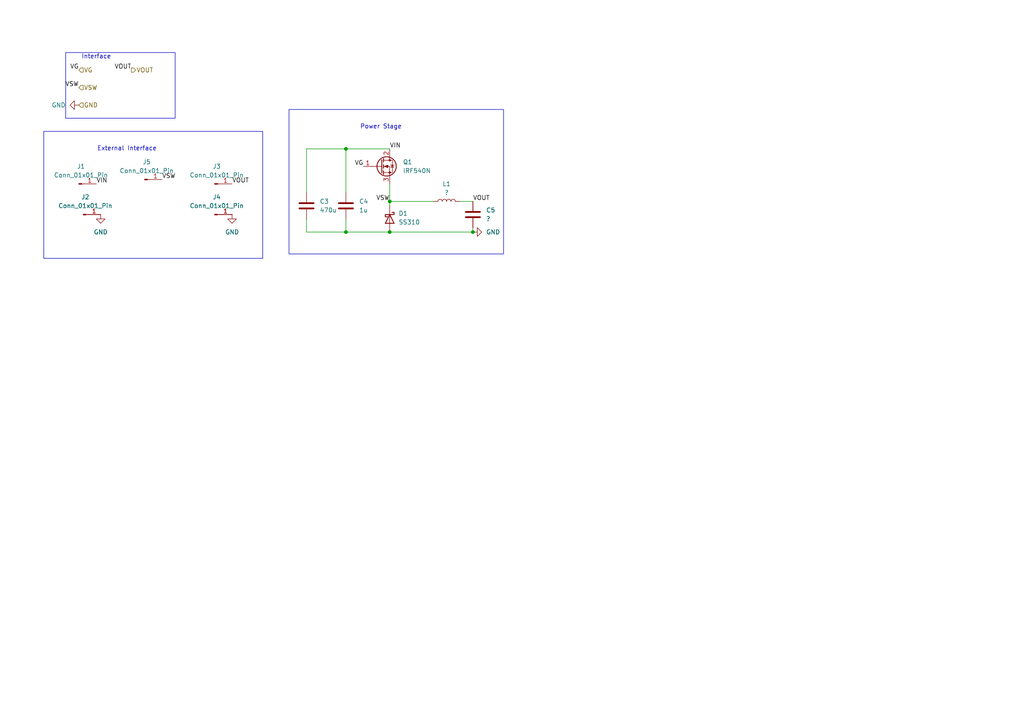
<source format=kicad_sch>
(kicad_sch (version 20250114) (generator "eeschema") (generator_version "9.0")
  (paper "A4")
  (title_block (title "Lecture_Tutorial") (date "2025-02-20") (rev "R0") (company "AbdullahZafar"))
  (lib_symbols
    (symbol "Connector:Conn_01x01_Pin" (pin_names (offset 1.016) (hide yes))
      (property "Reference" "J" (at 0 2.54 0))
      (property "Value" "Conn_01x01_Pin" (at 0 -2.54 0))
      (symbol "Conn_01x01_Pin_1_1"
        (rectangle (start 0.8636 0.127) (end 0 -0.127) (stroke (width 0.1524)) (fill (type outline)))
        (polyline (pts (xy 1.27 0) (xy 0.8636 0)) (stroke (width 0.1524)))
        (pin passive line (at 5.08 0 180) (length 3.81) (name "Pin_1") (number "1"))
      )
    )
    (symbol "Device:C" (pin_numbers (hide yes)) (pin_names (offset 0.254))
      (property "Reference" "C" (at 0.635 2.54 0))
      (property "Value" "C" (at 0.635 -2.54 0))
      (symbol "C_0_1"
        (polyline (pts (xy -2.032 0.762) (xy 2.032 0.762)) (stroke (width 0.508)))
        (polyline (pts (xy -2.032 -0.762) (xy 2.032 -0.762)) (stroke (width 0.508)))
      )
      (symbol "C_1_1"
        (pin passive line (at 0 3.81 270) (length 2.794) (name "~") (number "1"))
        (pin passive line (at 0 -3.81 90) (length 2.794) (name "~") (number "2"))
      )
    )
    (symbol "Device:L" (pin_numbers (hide yes)) (pin_names (offset 1.016) (hide yes))
      (property "Reference" "L" (at -1.27 0 90))
      (property "Value" "L" (at 1.905 0 90))
      (symbol "L_0_1"
        (arc (start 0 2.54) (mid 0.6323 1.905) (end 0 1.27))
        (arc (start 0 1.27) (mid 0.6323 0.635) (end 0 0))
        (arc (start 0 0) (mid 0.6323 -0.635) (end 0 -1.27))
        (arc (start 0 -1.27) (mid 0.6323 -1.905) (end 0 -2.54))
      )
      (symbol "L_1_1"
        (pin passive line (at 0 3.81 270) (length 1.27) (name "1") (number "1"))
        (pin passive line (at 0 -3.81 90) (length 1.27) (name "2") (number "2"))
      )
    )
    (symbol "Diode:SS310" (pin_numbers (hide yes)) (pin_names (offset 1.016) (hide yes))
      (property "Reference" "D" (at 0 2.54 0))
      (property "Value" "SS310" (at 0 -2.54 0))
      (symbol "SS310_0_1"
        (polyline (pts (xy -1.905 0.635) (xy -1.905 1.27) (xy -1.27 1.27) (xy -1.27 -1.27) (xy -0.635 -1.27) (xy -0.635 -0.635)) (stroke (width 0.254)))
        (polyline (pts (xy 1.27 1.27) (xy 1.27 -1.27) (xy -1.27 0) (xy 1.27 1.27)) (stroke (width 0.254)))
        (polyline (pts (xy 1.27 0) (xy -1.27 0)))
      )
      (symbol "SS310_1_1"
        (pin passive line (at -3.81 0 0) (length 2.54) (name "K") (number "1"))
        (pin passive line (at 3.81 0 180) (length 2.54) (name "A") (number "2"))
      )
    )
    (symbol "Transistor_FET:IRF540N" (pin_names (hide yes))
      (property "Reference" "Q" (at 5.08 1.905 0))
      (property "Value" "IRF540N" (at 5.08 0 0))
      (symbol "IRF540N_0_1"
        (polyline (pts (xy 0.254 1.905) (xy 0.254 -1.905)) (stroke (width 0.254)))
        (polyline (pts (xy 0.254 0) (xy -2.54 0)))
        (polyline (pts (xy 0.762 2.286) (xy 0.762 1.27)) (stroke (width 0.254)))
        (polyline (pts (xy 0.762 0.508) (xy 0.762 -0.508)) (stroke (width 0.254)))
        (polyline (pts (xy 0.762 -1.27) (xy 0.762 -2.286)) (stroke (width 0.254)))
        (polyline (pts (xy 0.762 -1.778) (xy 3.302 -1.778) (xy 3.302 1.778) (xy 0.762 1.778)))
        (polyline (pts (xy 1.016 0) (xy 2.032 0.381) (xy 2.032 -0.381) (xy 1.016 0)) (fill (type outline)))
        (circle (center 1.651 0) (radius 2.794) (stroke (width 0.254)))
        (polyline (pts (xy 2.54 2.54) (xy 2.54 1.778)))
        (circle (center 2.54 1.778) (radius 0.254) (fill (type outline)))
        (circle (center 2.54 -1.778) (radius 0.254) (fill (type outline)))
        (polyline (pts (xy 2.54 -2.54) (xy 2.54 0) (xy 0.762 0)))
        (polyline (pts (xy 2.794 0.508) (xy 2.921 0.381) (xy 3.683 0.381) (xy 3.81 0.254)))
        (polyline (pts (xy 3.302 0.381) (xy 2.921 -0.254) (xy 3.683 -0.254) (xy 3.302 0.381)))
      )
      (symbol "IRF540N_1_1"
        (pin input line (at -5.08 0 0) (length 2.54) (name "G") (number "1"))
        (pin passive line (at 2.54 5.08 270) (length 2.54) (name "D") (number "2"))
        (pin passive line (at 2.54 -5.08 90) (length 2.54) (name "S") (number "3"))
      )
    )
    (symbol "power:GND" (power) (pin_numbers (hide yes)) (pin_names (offset 0) (hide yes))
      (property "Value" "GND" (at 0 -3.81 0))
      (symbol "GND_0_1"
        (polyline (pts (xy 0 0) (xy 0 -1.27) (xy 1.27 -1.27) (xy 0 -2.54) (xy -1.27 -1.27) (xy 0 -1.27)))
      )
      (symbol "GND_1_1"
        (pin power_in line (at 0 0 270) (length 0) (name "~") (number "1"))
      )
    )
  )
  (rectangle (start 19.05 15.24) (end 50.8 34.29))
  (rectangle (start 12.7 38.1) (end 76.2 74.93))
  (rectangle (start 83.82 31.75) (end 146.05 73.66))
  (text "Power Stage\n" (at 110.49 36.83 0) (effects (font (size 1.27 1.27))))
  (text "Interface\n" (at 27.94 16.51 0) (effects (font (size 1.27 1.27))))
  (text "External Interface\n" (at 36.83 43.18 0) (effects (font (size 1.27 1.27))))
  (junction (at 137.16 67.31))
  (junction (at 100.33 67.31))
  (junction (at 113.03 58.42))
  (junction (at 113.03 67.31))
  (junction (at 100.33 43.18))
  (wire (pts (xy 88.9 63.5) (xy 88.9 67.31)))
  (wire (pts (xy 100.33 55.88) (xy 100.33 43.18)))
  (wire (pts (xy 113.03 58.42) (xy 113.03 59.69)))
  (wire (pts (xy 88.9 67.31) (xy 100.33 67.31)))
  (wire (pts (xy 100.33 67.31) (xy 113.03 67.31)))
  (wire (pts (xy 113.03 67.31) (xy 137.16 67.31)))
  (wire (pts (xy 100.33 43.18) (xy 113.03 43.18)))
  (wire (pts (xy 113.03 58.42) (xy 125.73 58.42)))
  (wire (pts (xy 133.35 58.42) (xy 137.16 58.42)))
  (wire (pts (xy 88.9 55.88) (xy 88.9 43.18)))
  (wire (pts (xy 100.33 63.5) (xy 100.33 67.31)))
  (wire (pts (xy 137.16 67.31) (xy 137.16 66.04)))
  (wire (pts (xy 88.9 43.18) (xy 100.33 43.18)))
  (wire (pts (xy 113.03 53.34) (xy 113.03 58.42)))
  (label "VOUT" (at 137.16 58.42 0))
  (label "VSW" (at 46.99 52.07 0))
  (label "VG" (at 105.41 48.26 180))
  (label "VOUT" (at 38.1 20.32 180))
  (label "VIN" (at 27.94 53.34 0))
  (label "VSW" (at 113.03 58.42 180))
  (label "VG" (at 22.86 20.32 180))
  (label "VSW" (at 22.86 25.4 180))
  (label "VOUT" (at 67.31 53.34 0))
  (label "VIN" (at 113.03 43.18 0))
  (hierarchical_label "VOUT" (shape output) (at 38.1 20.32 0))
  (hierarchical_label "VG" (shape input) (at 22.86 20.32 0))
  (hierarchical_label "VSW" (shape input) (at 22.86 25.4 0))
  (hierarchical_label "GND" (shape input) (at 22.86 30.48 0))
  (symbol (lib_id "Device:C") (at 137.16 62.23 0) (unit 1)
    (property "Reference" "C5" (at 140.97 60.9599 0) (effects (justify left)))
    (property "Value" "?" (at 140.97 63.4999 0) (effects (justify left)))
    (property "Footprint" "Capacitor_THT:CP_Radial_D18.0mm_P7.50mm" (effects (hide yes)))
    (property "Description" "Electrolytic Capacitor" (effects (hide yes)))
    (property "Part No." "?" (effects (hide yes)))
  )
  (symbol (lib_id "power:GND") (at 22.86 30.48 270) (unit 1)
    (property "Reference" "#PWR038" (effects (hide yes)))
    (property "Value" "GND" (at 19.05 30.4799 90) (effects (justify right)))
    (property "Description" "Power symbol creates a global label with name \"GND\" , ground" (effects (hide yes)))
  )
  (symbol (lib_id "Device:C") (at 100.33 59.69 0) (unit 1)
    (property "Reference" "C4" (at 104.14 58.4199 0) (effects (justify left)))
    (property "Value" "1u" (at 104.14 60.9599 0) (effects (justify left)))
    (property "Footprint" "Capacitor_SMD:C_0805_2012Metric" (effects (hide yes)))
    (property "Description" "Unpolarized capacitor" (effects (hide yes)))
    (property "Part No." "GRM21BC72A105KE01L" (effects (hide yes)))
  )
  (symbol (lib_id "Device:L") (at 129.54 58.42 90) (unit 1)
    (property "Reference" "L1" (at 129.54 53.34 90))
    (property "Value" "?" (at 129.54 55.88 90))
    (property "Footprint" "Inductor_THT:L_Radial_D50.8mm_P38.86mm_Vishay_IHB-6" (effects (hide yes)))
    (property "Description" "Inductor" (effects (hide yes)))
    (property "Part No." "?" (effects (hide yes)))
  )
  (symbol (lib_id "Connector:Conn_01x01_Pin") (at 62.23 62.23 0) (unit 1)
    (property "Reference" "J4" (at 62.865 57.15 0))
    (property "Value" "Conn_01x01_Pin" (at 62.865 59.69 0))
    (property "Footprint" "Connector:Banana_Jack_1Pin" (effects (hide yes)))
    (property "Description" "Generic connector, single row, 01x01, script generated" (effects (hide yes)))
    (property "Part No." "BU-P72930-2" (effects (hide yes)))
  )
  (symbol (lib_id "Diode:SS310") (at 113.03 63.5 270) (unit 1)
    (property "Reference" "D1" (at 115.57 61.9124 90) (effects (justify left)))
    (property "Value" "SS310" (at 115.57 64.4524 90) (effects (justify left)))
    (property "Footprint" "Diode_SMD:D_SMA" (effects (hide yes)))
    (property "Datasheet" "https://www.microdiode.com/uploadfiles//PDF/SS32-THRU-SS3200-SMA.pdf" (effects (hide yes)))
    (property "Description" "100V 3A Schottky Diode, SMA" (effects (hide yes)))
    (property "Part No." "SS310" (effects (hide yes)))
  )
  (symbol (lib_id "Connector:Conn_01x01_Pin") (at 22.86 53.34 0) (unit 1)
    (property "Reference" "J1" (at 23.495 48.26 0))
    (property "Value" "Conn_01x01_Pin" (at 23.495 50.8 0))
    (property "Footprint" "Connector:Banana_Jack_1Pin" (effects (hide yes)))
    (property "Description" "Generic connector, single row, 01x01, script generated" (effects (hide yes)))
    (property "Part No." "BU-P72930-2" (effects (hide yes)))
  )
  (symbol (lib_id "Connector:Conn_01x01_Pin") (at 41.91 52.07 0) (unit 1)
    (property "Reference" "J5" (at 42.545 46.99 0))
    (property "Value" "Conn_01x01_Pin" (at 42.545 49.53 0))
    (property "Footprint" "Connector:Banana_Jack_1Pin" (effects (hide yes)))
    (property "Description" "Generic connector, single row, 01x01, script generated" (effects (hide yes)))
    (property "Part No." "BU-P72930-2" (effects (hide yes)))
  )
  (symbol (lib_id "power:GND") (at 29.21 62.23 0) (unit 1)
    (property "Reference" "#PWR039" (effects (hide yes)))
    (property "Value" "GND" (at 29.21 67.31 0))
    (property "Description" "Power symbol creates a global label with name \"GND\" , ground" (effects (hide yes)))
  )
  (symbol (lib_id "power:GND") (at 137.16 67.31 90) (unit 1)
    (property "Reference" "#PWR056" (effects (hide yes)))
    (property "Value" "GND" (at 140.97 67.3099 90) (effects (justify right)))
    (property "Description" "Power symbol creates a global label with name \"GND\" , ground" (effects (hide yes)))
  )
  (symbol (lib_id "power:GND") (at 67.31 62.23 0) (unit 1)
    (property "Reference" "#PWR040" (effects (hide yes)))
    (property "Value" "GND" (at 67.31 67.31 0))
    (property "Description" "Power symbol creates a global label with name \"GND\" , ground" (effects (hide yes)))
  )
  (symbol (lib_id "Connector:Conn_01x01_Pin") (at 24.13 62.23 0) (unit 1)
    (property "Reference" "J2" (at 24.765 57.15 0))
    (property "Value" "Conn_01x01_Pin" (at 24.765 59.69 0))
    (property "Footprint" "Connector:Banana_Jack_1Pin" (effects (hide yes)))
    (property "Description" "Generic connector, single row, 01x01, script generated" (effects (hide yes)))
    (property "Part No." "BU-P72930-2" (effects (hide yes)))
  )
  (symbol (lib_id "Connector:Conn_01x01_Pin") (at 62.23 53.34 0) (unit 1)
    (property "Reference" "J3" (at 62.865 48.26 0))
    (property "Value" "Conn_01x01_Pin" (at 62.865 50.8 0))
    (property "Footprint" "Connector:Banana_Jack_1Pin" (effects (hide yes)))
    (property "Description" "Generic connector, single row, 01x01, script generated" (effects (hide yes)))
    (property "Part No." "BU-P72930-2" (effects (hide yes)))
  )
  (symbol (lib_id "Transistor_FET:IRF540N") (at 110.49 48.26 0) (unit 1)
    (property "Reference" "Q1" (at 116.84 46.9899 0) (effects (justify left)))
    (property "Value" "IRF540N" (at 116.84 49.5299 0) (effects (justify left)))
    (property "Footprint" "Package_TO_SOT_THT:TO-220-3_Vertical" (effects (hide yes)))
    (property "Datasheet" "http://www.irf.com/product-info/datasheets/data/irf540n.pdf" (effects (hide yes)))
    (property "Description" "33A Id, 100V Vds, HEXFET N-Channel MOSFET, TO-220" (effects (hide yes)))
    (property "Part No." "IRF540N" (effects (hide yes)))
  )
  (symbol (lib_id "Device:C") (at 88.9 59.69 0) (unit 1)
    (property "Reference" "C3" (at 92.71 58.4199 0) (effects (justify left)))
    (property "Value" "470u" (at 92.71 60.9599 0) (effects (justify left)))
    (property "Footprint" "Capacitor_THT:CP_Radial_D18.0mm_P7.50mm" (effects (hide yes)))
    (property "Description" "Electrolytic Capacitor" (effects (hide yes)))
    (property "Part No." "100ZLH470MEFC16X31.5" (effects (hide yes)))
  )
)
</source>
